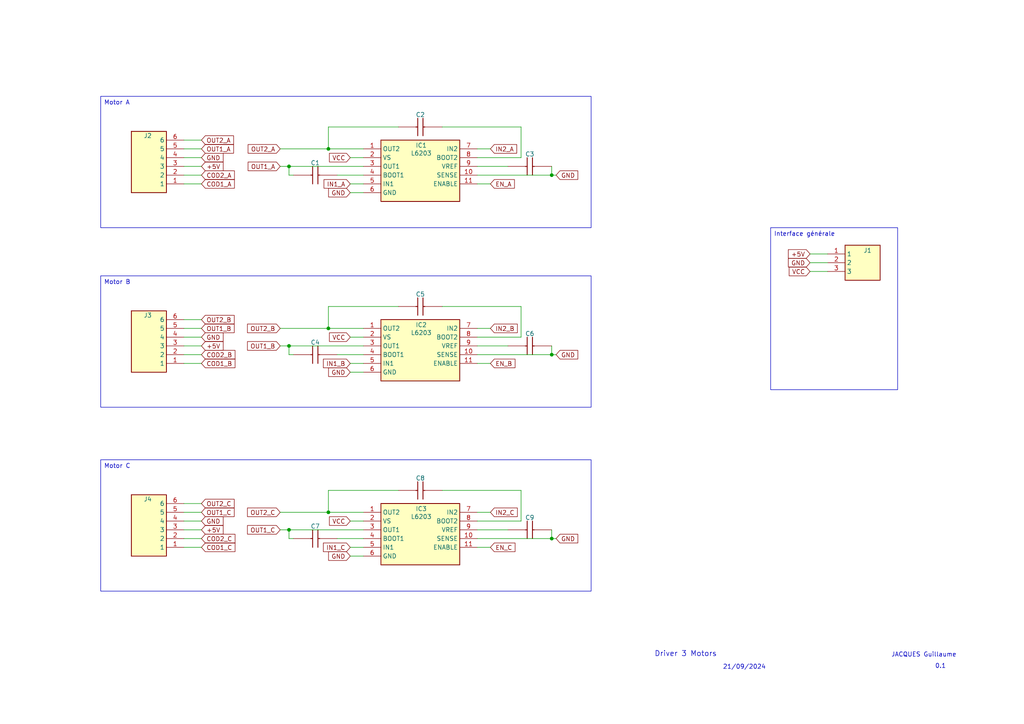
<source format=kicad_sch>
(kicad_sch (version 20231120) (generator "eeschema") (generator_version "8.0")
  (paper "A4")
  (lib_symbols
    (symbol "15nF:C0603X153K5RACTU" (pin_numbers hide) (pin_names hide)
      (property "Reference" "C" (at 8.89 6.35 0))
      (property "Value" "C0603X153K5RACTU" (at 8.89 3.81 0))
      (symbol "C0603X153K5RACTU_1_1"
        (polyline (pts (xy 5.08 0) (xy 5.588 0)) (stroke (width 0.254)))
        (polyline (pts (xy 5.588 2.54) (xy 5.588 -2.54)) (stroke (width 0.254)))
        (polyline (pts (xy 7.112 0) (xy 7.62 0)) (stroke (width 0.254)))
        (polyline (pts (xy 7.112 2.54) (xy 7.112 -2.54)) (stroke (width 0.254)))
        (pin passive line (at 0 0 0) (length 5.08) (name "1") (number "1"))
        (pin passive line (at 12.7 0 180) (length 5.08) (name "2") (number "2"))
      )
    )
    (symbol "6header:22-28-8063"
      (property "Reference" "J" (at 16.51 7.62 0))
      (property "Value" "22-28-8063" (at 16.51 5.08 0))
      (symbol "22-28-8063_1_1"
        (rectangle (start 5.08 2.54) (end 15.24 -15.24) (stroke (width 0.254)) (fill (type background)))
        (pin passive line (at 0 0 0) (length 5.08) (name "1") (number "1"))
        (pin passive line (at 0 -2.54 0) (length 5.08) (name "2") (number "2"))
        (pin passive line (at 0 -5.08 0) (length 5.08) (name "3") (number "3"))
        (pin passive line (at 0 -7.62 0) (length 5.08) (name "4") (number "4"))
        (pin passive line (at 0 -10.16 0) (length 5.08) (name "5") (number "5"))
        (pin passive line (at 0 -12.7 0) (length 5.08) (name "6") (number "6"))
      )
    )
    (symbol "Bornier3:282836-3"
      (property "Reference" "J" (at 16.51 7.62 0))
      (property "Value" "282836-3" (at 16.51 5.08 0))
      (symbol "282836-3_1_1"
        (rectangle (start 5.08 2.54) (end 15.24 -7.62) (stroke (width 0.254)) (fill (type background)))
        (pin passive line (at 0 0 0) (length 5.08) (name "1") (number "1"))
        (pin passive line (at 0 -2.54 0) (length 5.08) (name "2") (number "2"))
        (pin passive line (at 0 -5.08 0) (length 5.08) (name "3") (number "3"))
      )
    )
    (symbol "C0603X153K5RACTU_1" (pin_numbers hide) (pin_names hide)
      (property "Reference" "C" (at 8.89 6.35 0))
      (property "Value" "C0603X153K5RACTU" (at 8.89 3.81 0))
      (symbol "C0603X153K5RACTU_1_1_1"
        (polyline (pts (xy 5.08 0) (xy 5.588 0)) (stroke (width 0.254)))
        (polyline (pts (xy 5.588 2.54) (xy 5.588 -2.54)) (stroke (width 0.254)))
        (polyline (pts (xy 7.112 0) (xy 7.62 0)) (stroke (width 0.254)))
        (polyline (pts (xy 7.112 2.54) (xy 7.112 -2.54)) (stroke (width 0.254)))
        (pin passive line (at 0 0 0) (length 5.08) (name "1") (number "1"))
        (pin passive line (at 12.7 0 180) (length 5.08) (name "2") (number "2"))
      )
    )
    (symbol "C0603X153K5RACTU_2" (pin_numbers hide) (pin_names hide)
      (property "Reference" "C" (at 8.89 6.35 0))
      (property "Value" "C0603X153K5RACTU" (at 8.89 3.81 0))
      (symbol "C0603X153K5RACTU_2_1_1"
        (polyline (pts (xy 5.08 0) (xy 5.588 0)) (stroke (width 0.254)))
        (polyline (pts (xy 5.588 2.54) (xy 5.588 -2.54)) (stroke (width 0.254)))
        (polyline (pts (xy 7.112 0) (xy 7.62 0)) (stroke (width 0.254)))
        (polyline (pts (xy 7.112 2.54) (xy 7.112 -2.54)) (stroke (width 0.254)))
        (pin passive line (at 0 0 0) (length 5.08) (name "1") (number "1"))
        (pin passive line (at 12.7 0 180) (length 5.08) (name "2") (number "2"))
      )
    )
    (symbol "L6203:L6203"
      (property "Reference" "IC" (at 29.21 7.62 0))
      (property "Value" "L6203" (at 29.21 5.08 0))
      (symbol "L6203_1_1"
        (rectangle (start 5.08 2.54) (end 27.94 -15.24) (stroke (width 0.254)) (fill (type background)))
        (pin passive line (at 0 0 0) (length 5.08) (name "OUT2") (number "1"))
        (pin passive line (at 33.02 -7.62 180) (length 5.08) (name "SENSE") (number "10"))
        (pin passive line (at 33.02 -10.16 180) (length 5.08) (name "ENABLE") (number "11"))
        (pin passive line (at 0 -2.54 0) (length 5.08) (name "VS") (number "2"))
        (pin passive line (at 0 -5.08 0) (length 5.08) (name "OUT1") (number "3"))
        (pin passive line (at 0 -7.62 0) (length 5.08) (name "BOOT1") (number "4"))
        (pin passive line (at 0 -10.16 0) (length 5.08) (name "IN1") (number "5"))
        (pin passive line (at 0 -12.7 0) (length 5.08) (name "GND") (number "6"))
        (pin passive line (at 33.02 0 180) (length 5.08) (name "IN2") (number "7"))
        (pin passive line (at 33.02 -2.54 180) (length 5.08) (name "BOOT2") (number "8"))
        (pin passive line (at 33.02 -5.08 180) (length 5.08) (name "VREF") (number "9"))
      )
    )
  )
  (junction (at 95.25 43.18))
  (junction (at 160.02 102.87))
  (junction (at 95.25 148.59))
  (junction (at 95.25 95.25))
  (junction (at 160.02 156.21))
  (junction (at 83.82 48.26))
  (junction (at 83.82 153.67))
  (junction (at 160.02 50.8))
  (junction (at 83.82 100.33))
  (wire (pts (xy 53.34 53.34) (xy 58.42 53.34)))
  (wire (pts (xy 53.34 48.26) (xy 58.42 48.26)))
  (wire (pts (xy 53.34 95.25) (xy 58.42 95.25)))
  (wire (pts (xy 81.28 148.59) (xy 95.25 148.59)))
  (wire (pts (xy 151.13 88.9) (xy 151.13 97.79)))
  (wire (pts (xy 160.02 100.33) (xy 160.02 102.87)))
  (wire (pts (xy 53.34 146.05) (xy 58.42 146.05)))
  (wire (pts (xy 138.43 100.33) (xy 147.32 100.33)))
  (wire (pts (xy 115.57 142.24) (xy 95.25 142.24)))
  (wire (pts (xy 138.43 95.25) (xy 142.24 95.25)))
  (wire (pts (xy 53.34 40.64) (xy 58.42 40.64)))
  (wire (pts (xy 151.13 97.79) (xy 138.43 97.79)))
  (wire (pts (xy 101.6 161.29) (xy 105.41 161.29)))
  (wire (pts (xy 128.27 36.83) (xy 151.13 36.83)))
  (wire (pts (xy 151.13 36.83) (xy 151.13 45.72)))
  (wire (pts (xy 83.82 50.8) (xy 85.09 50.8)))
  (wire (pts (xy 81.28 43.18) (xy 95.25 43.18)))
  (wire (pts (xy 83.82 100.33) (xy 105.41 100.33)))
  (wire (pts (xy 83.82 102.87) (xy 85.09 102.87)))
  (wire (pts (xy 160.02 156.21) (xy 161.29 156.21)))
  (wire (pts (xy 138.43 53.34) (xy 142.24 53.34)))
  (wire (pts (xy 101.6 158.75) (xy 105.41 158.75)))
  (wire (pts (xy 81.28 48.26) (xy 83.82 48.26)))
  (wire (pts (xy 81.28 95.25) (xy 95.25 95.25)))
  (wire (pts (xy 53.34 148.59) (xy 58.42 148.59)))
  (wire (pts (xy 128.27 142.24) (xy 151.13 142.24)))
  (wire (pts (xy 138.43 50.8) (xy 160.02 50.8)))
  (wire (pts (xy 53.34 97.79) (xy 58.42 97.79)))
  (wire (pts (xy 138.43 105.41) (xy 142.24 105.41)))
  (wire (pts (xy 97.79 156.21) (xy 105.41 156.21)))
  (wire (pts (xy 138.43 156.21) (xy 160.02 156.21)))
  (wire (pts (xy 138.43 158.75) (xy 142.24 158.75)))
  (wire (pts (xy 95.25 36.83) (xy 95.25 43.18)))
  (wire (pts (xy 101.6 53.34) (xy 105.41 53.34)))
  (wire (pts (xy 53.34 156.21) (xy 58.42 156.21)))
  (wire (pts (xy 128.27 88.9) (xy 151.13 88.9)))
  (wire (pts (xy 101.6 107.95) (xy 105.41 107.95)))
  (wire (pts (xy 138.43 43.18) (xy 142.24 43.18)))
  (wire (pts (xy 95.25 88.9) (xy 95.25 95.25)))
  (wire (pts (xy 95.25 142.24) (xy 95.25 148.59)))
  (wire (pts (xy 234.95 73.66) (xy 240.03 73.66)))
  (wire (pts (xy 234.95 76.2) (xy 240.03 76.2)))
  (wire (pts (xy 101.6 105.41) (xy 105.41 105.41)))
  (wire (pts (xy 53.34 153.67) (xy 58.42 153.67)))
  (wire (pts (xy 138.43 148.59) (xy 142.24 148.59)))
  (wire (pts (xy 115.57 88.9) (xy 95.25 88.9)))
  (wire (pts (xy 53.34 105.41) (xy 58.42 105.41)))
  (wire (pts (xy 53.34 158.75) (xy 58.42 158.75)))
  (wire (pts (xy 81.28 153.67) (xy 83.82 153.67)))
  (wire (pts (xy 83.82 153.67) (xy 105.41 153.67)))
  (wire (pts (xy 151.13 45.72) (xy 138.43 45.72)))
  (wire (pts (xy 53.34 43.18) (xy 58.42 43.18)))
  (wire (pts (xy 81.28 100.33) (xy 83.82 100.33)))
  (wire (pts (xy 83.82 156.21) (xy 83.82 153.67)))
  (wire (pts (xy 115.57 36.83) (xy 95.25 36.83)))
  (wire (pts (xy 101.6 55.88) (xy 105.41 55.88)))
  (wire (pts (xy 234.95 78.74) (xy 240.03 78.74)))
  (wire (pts (xy 160.02 153.67) (xy 160.02 156.21)))
  (wire (pts (xy 95.25 95.25) (xy 105.41 95.25)))
  (wire (pts (xy 83.82 50.8) (xy 83.82 48.26)))
  (wire (pts (xy 97.79 102.87) (xy 105.41 102.87)))
  (wire (pts (xy 53.34 45.72) (xy 58.42 45.72)))
  (wire (pts (xy 53.34 92.71) (xy 58.42 92.71)))
  (wire (pts (xy 83.82 102.87) (xy 83.82 100.33)))
  (wire (pts (xy 95.25 148.59) (xy 105.41 148.59)))
  (wire (pts (xy 97.79 50.8) (xy 105.41 50.8)))
  (wire (pts (xy 101.6 151.13) (xy 105.41 151.13)))
  (wire (pts (xy 160.02 102.87) (xy 161.29 102.87)))
  (wire (pts (xy 160.02 50.8) (xy 161.29 50.8)))
  (wire (pts (xy 151.13 142.24) (xy 151.13 151.13)))
  (wire (pts (xy 151.13 151.13) (xy 138.43 151.13)))
  (wire (pts (xy 53.34 102.87) (xy 58.42 102.87)))
  (wire (pts (xy 160.02 48.26) (xy 160.02 50.8)))
  (wire (pts (xy 83.82 156.21) (xy 85.09 156.21)))
  (wire (pts (xy 53.34 151.13) (xy 58.42 151.13)))
  (wire (pts (xy 138.43 102.87) (xy 160.02 102.87)))
  (wire (pts (xy 95.25 43.18) (xy 105.41 43.18)))
  (wire (pts (xy 53.34 50.8) (xy 58.42 50.8)))
  (wire (pts (xy 138.43 153.67) (xy 147.32 153.67)))
  (wire (pts (xy 101.6 45.72) (xy 105.41 45.72)))
  (wire (pts (xy 83.82 48.26) (xy 105.41 48.26)))
  (wire (pts (xy 138.43 48.26) (xy 147.32 48.26)))
  (wire (pts (xy 101.6 97.79) (xy 105.41 97.79)))
  (wire (pts (xy 53.34 100.33) (xy 58.42 100.33)))
  (text_box "Motor A" (at 29.21 27.94 0) (size 142.24 38.1) (effects (font (size 1.27 1.27)) (justify left top)))
  (text_box "Interface générale" (at 223.52 66.04 0) (size 36.83 46.99) (effects (font (size 1.27 1.27)) (justify left top)))
  (text_box "Motor B" (at 29.21 80.01 0) (size 142.24 38.1) (effects (font (size 1.27 1.27)) (justify left top)))
  (text_box "Motor C" (at 29.21 133.35 0) (size 142.24 38.1) (effects (font (size 1.27 1.27)) (justify left top)))
  (text "0.1\n" (at 272.796 193.294 0) (effects (font (size 1.27 1.27))))
  (text "JACQUES Guillaume" (at 267.97 189.992 0) (effects (font (size 1.27 1.27))))
  (text "21/09/2024" (at 215.9 193.548 0) (effects (font (size 1.27 1.27))))
  (text "Driver 3 Motors" (at 198.882 189.738 0) (effects (font (size 1.524 1.524))))
  (global_label "EN_A" (shape input) (at 142.24 53.34 0) (property "Intersheetrefs" "${INTERSHEET_REFS}" (effects (hide yes))))
  (global_label "COD2_B" (shape input) (at 58.42 102.87 0) (property "Intersheetrefs" "${INTERSHEET_REFS}" (effects (hide yes))))
  (global_label "GND" (shape input) (at 161.29 50.8 0) (property "Intersheetrefs" "${INTERSHEET_REFS}" (effects (hide yes))))
  (global_label "EN_C" (shape input) (at 142.24 158.75 0) (property "Intersheetrefs" "${INTERSHEET_REFS}" (effects (hide yes))))
  (global_label "EN_B" (shape input) (at 142.24 105.41 0) (property "Intersheetrefs" "${INTERSHEET_REFS}" (effects (hide yes))))
  (global_label "OUT1_B" (shape input) (at 58.42 95.25 0) (property "Intersheetrefs" "${INTERSHEET_REFS}" (effects (hide yes))))
  (global_label "VCC" (shape input) (at 101.6 97.79 180) (property "Intersheetrefs" "${INTERSHEET_REFS}" (effects (hide yes))))
  (global_label "COD1_C" (shape input) (at 58.42 158.75 0) (property "Intersheetrefs" "${INTERSHEET_REFS}" (effects (hide yes))))
  (global_label "OUT1_C" (shape input) (at 81.28 153.67 180) (property "Intersheetrefs" "${INTERSHEET_REFS}" (effects (hide yes))))
  (global_label "OUT2_C" (shape input) (at 58.42 146.05 0) (property "Intersheetrefs" "${INTERSHEET_REFS}" (effects (hide yes))))
  (global_label "GND" (shape input) (at 58.42 151.13 0) (property "Intersheetrefs" "${INTERSHEET_REFS}" (effects (hide yes))))
  (global_label "IN1_B" (shape input) (at 101.6 105.41 180) (property "Intersheetrefs" "${INTERSHEET_REFS}" (effects (hide yes))))
  (global_label "VCC" (shape input) (at 101.6 151.13 180) (property "Intersheetrefs" "${INTERSHEET_REFS}" (effects (hide yes))))
  (global_label "VCC" (shape input) (at 101.6 45.72 180) (property "Intersheetrefs" "${INTERSHEET_REFS}" (effects (hide yes))))
  (global_label "IN1_C" (shape input) (at 101.6 158.75 180) (property "Intersheetrefs" "${INTERSHEET_REFS}" (effects (hide yes))))
  (global_label "OUT2_C" (shape input) (at 81.28 148.59 180) (property "Intersheetrefs" "${INTERSHEET_REFS}" (effects (hide yes))))
  (global_label "GND" (shape input) (at 101.6 55.88 180) (property "Intersheetrefs" "${INTERSHEET_REFS}" (effects (hide yes))))
  (global_label "GND" (shape input) (at 161.29 156.21 0) (property "Intersheetrefs" "${INTERSHEET_REFS}" (effects (hide yes))))
  (global_label "OUT2_A" (shape input) (at 58.42 40.64 0) (property "Intersheetrefs" "${INTERSHEET_REFS}" (effects (hide yes))))
  (global_label "+5V" (shape input) (at 58.42 100.33 0) (property "Intersheetrefs" "${INTERSHEET_REFS}" (effects (hide yes))))
  (global_label "COD2_A" (shape input) (at 58.42 50.8 0) (property "Intersheetrefs" "${INTERSHEET_REFS}" (effects (hide yes))))
  (global_label "OUT1_A" (shape input) (at 58.42 43.18 0) (property "Intersheetrefs" "${INTERSHEET_REFS}" (effects (hide yes))))
  (global_label "GND" (shape input) (at 58.42 45.72 0) (property "Intersheetrefs" "${INTERSHEET_REFS}" (effects (hide yes))))
  (global_label "COD1_A" (shape input) (at 58.42 53.34 0) (property "Intersheetrefs" "${INTERSHEET_REFS}" (effects (hide yes))))
  (global_label "IN1_A" (shape input) (at 101.6 53.34 180) (property "Intersheetrefs" "${INTERSHEET_REFS}" (effects (hide yes))))
  (global_label "OUT2_B" (shape input) (at 58.42 92.71 0) (property "Intersheetrefs" "${INTERSHEET_REFS}" (effects (hide yes))))
  (global_label "COD1_B" (shape input) (at 58.42 105.41 0) (property "Intersheetrefs" "${INTERSHEET_REFS}" (effects (hide yes))))
  (global_label "GND" (shape input) (at 58.42 97.79 0) (property "Intersheetrefs" "${INTERSHEET_REFS}" (effects (hide yes))))
  (global_label "GND" (shape input) (at 101.6 161.29 180) (property "Intersheetrefs" "${INTERSHEET_REFS}" (effects (hide yes))))
  (global_label "GND" (shape input) (at 234.95 76.2 180) (property "Intersheetrefs" "${INTERSHEET_REFS}" (effects (hide yes))))
  (global_label "GND" (shape input) (at 161.29 102.87 0) (property "Intersheetrefs" "${INTERSHEET_REFS}" (effects (hide yes))))
  (global_label "IN2_C" (shape input) (at 142.24 148.59 0) (property "Intersheetrefs" "${INTERSHEET_REFS}" (effects (hide yes))))
  (global_label "OUT1_A" (shape input) (at 81.28 48.26 180) (property "Intersheetrefs" "${INTERSHEET_REFS}" (effects (hide yes))))
  (global_label "OUT1_C" (shape input) (at 58.42 148.59 0) (property "Intersheetrefs" "${INTERSHEET_REFS}" (effects (hide yes))))
  (global_label "OUT1_B" (shape input) (at 81.28 100.33 180) (property "Intersheetrefs" "${INTERSHEET_REFS}" (effects (hide yes))))
  (global_label "GND" (shape input) (at 101.6 107.95 180) (property "Intersheetrefs" "${INTERSHEET_REFS}" (effects (hide yes))))
  (global_label "OUT2_A" (shape input) (at 81.28 43.18 180) (property "Intersheetrefs" "${INTERSHEET_REFS}" (effects (hide yes))))
  (global_label "VCC" (shape input) (at 234.95 78.74 180) (property "Intersheetrefs" "${INTERSHEET_REFS}" (effects (hide yes))))
  (global_label "+5V" (shape input) (at 234.95 73.66 180) (property "Intersheetrefs" "${INTERSHEET_REFS}" (effects (hide yes))))
  (global_label "OUT2_B" (shape input) (at 81.28 95.25 180) (property "Intersheetrefs" "${INTERSHEET_REFS}" (effects (hide yes))))
  (global_label "+5V" (shape input) (at 58.42 153.67 0) (property "Intersheetrefs" "${INTERSHEET_REFS}" (effects (hide yes))))
  (global_label "COD2_C" (shape input) (at 58.42 156.21 0) (property "Intersheetrefs" "${INTERSHEET_REFS}" (effects (hide yes))))
  (global_label "+5V" (shape input) (at 58.42 48.26 0) (property "Intersheetrefs" "${INTERSHEET_REFS}" (effects (hide yes))))
  (global_label "IN2_A" (shape input) (at 142.24 43.18 0) (property "Intersheetrefs" "${INTERSHEET_REFS}" (effects (hide yes))))
  (global_label "IN2_B" (shape input) (at 142.24 95.25 0) (property "Intersheetrefs" "${INTERSHEET_REFS}" (effects (hide yes))))
  (symbol (lib_id "6header:22-28-8063") (at 53.34 105.41 180) (unit 1)
    (property "Reference" "J3" (at 41.656 91.44 0) (effects (justify right)))
    (property "Value" "22-28-8063" (effects (hide yes)))
    (property "Footprint" "HDRRA6W66P0X254_1X6_1524X229X249P" (effects (hide yes)))
    (property "Datasheet" "https://componentsearchengine.com/Datasheets/2/22-28-8063.pdf" (effects (hide yes)))
    (property "Description" "Headers & Wire Housings 2.54MM BREAKAWAY RA 6 CKT Gold" (effects (hide yes)))
    (property "Height" "2.49" (effects (hide yes)))
    (property "Manufacturer_Name" "Molex" (effects (hide yes)))
    (property "Manufacturer_Part_Number" "22-28-8063" (effects (hide yes)))
  )
  (symbol (lib_name "C0603X153K5RACTU_1") (lib_id "15nF:C0603X153K5RACTU") (at 147.32 100.33 0) (unit 1)
    (property "Reference" "C6" (at 153.67 96.774 0))
    (property "Value" "C0603X153K5RACTU" (effects (hide yes)))
    (property "Footprint" "C0603" (effects (hide yes)))
    (property "Datasheet" "https://content.kemet.com/datasheets/KEM_C1013_X7R_FT-CAP_SMD.pdf" (effects (hide yes)))
    (property "Description" "SMD Comm X7R Flex, Ceramic, 0.015 uF, 10%, 50 VDC, 125 VDC, 125C, -55C, X7R, SMD, MLCC, FT-CAP, Temperature Stable, 2.5 % , 66.6667 GOhms, 7.3 mg, 0603, 1.6mm, 0.8mm, 0.8mm, 0.58mm, 0.45mm, 4000, 78  Weeks, 80" (effects (hide yes)))
    (property "Height" "0.87" (effects (hide yes)))
    (property "Manufacturer_Name" "KEMET" (effects (hide yes)))
    (property "Manufacturer_Part_Number" "C0603X153K5RACTU" (effects (hide yes)))
  )
  (symbol (lib_name "C0603X153K5RACTU_1") (lib_id "15nF:C0603X153K5RACTU") (at 147.32 48.26 0) (unit 1)
    (property "Reference" "C3" (at 153.67 44.704 0))
    (property "Value" "C0603X153K5RACTU" (effects (hide yes)))
    (property "Footprint" "C0603" (effects (hide yes)))
    (property "Datasheet" "https://content.kemet.com/datasheets/KEM_C1013_X7R_FT-CAP_SMD.pdf" (effects (hide yes)))
    (property "Description" "SMD Comm X7R Flex, Ceramic, 0.015 uF, 10%, 50 VDC, 125 VDC, 125C, -55C, X7R, SMD, MLCC, FT-CAP, Temperature Stable, 2.5 % , 66.6667 GOhms, 7.3 mg, 0603, 1.6mm, 0.8mm, 0.8mm, 0.58mm, 0.45mm, 4000, 78  Weeks, 80" (effects (hide yes)))
    (property "Height" "0.87" (effects (hide yes)))
    (property "Manufacturer_Name" "KEMET" (effects (hide yes)))
    (property "Manufacturer_Part_Number" "C0603X153K5RACTU" (effects (hide yes)))
  )
  (symbol (lib_id "L6203:L6203") (at 105.41 43.18 0) (unit 1)
    (property "Reference" "IC1" (at 122.174 42.164 0))
    (property "Value" "L6203" (at 122.174 44.45 0))
    (property "Footprint" "TO170P500X1960X2210-11P" (effects (hide yes)))
    (property "Datasheet" "https://datasheet.lcsc.com/szlcsc/STMicroelectronics-L6203_C34306.pdf" (effects (hide yes)))
    (property "Description" "Full Bridge Motor Driver 36V 11-Pin(11+Tab) MULTIWATT V Tube" (effects (hide yes)))
    (property "Height" "5" (effects (hide yes)))
    (property "Manufacturer_Name" "STMicroelectronics" (effects (hide yes)))
    (property "Manufacturer_Part_Number" "L6203" (effects (hide yes)))
  )
  (symbol (lib_name "C0603X153K5RACTU_2") (lib_id "15nF:C0603X153K5RACTU") (at 128.27 36.83 0) (mirror y) (unit 1)
    (property "Reference" "C2" (at 121.92 33.274 0))
    (property "Value" "C0603X153K5RACTU" (effects (hide yes)))
    (property "Footprint" "C0603" (effects (hide yes)))
    (property "Datasheet" "https://content.kemet.com/datasheets/KEM_C1013_X7R_FT-CAP_SMD.pdf" (effects (hide yes)))
    (property "Description" "SMD Comm X7R Flex, Ceramic, 0.015 uF, 10%, 50 VDC, 125 VDC, 125C, -55C, X7R, SMD, MLCC, FT-CAP, Temperature Stable, 2.5 % , 66.6667 GOhms, 7.3 mg, 0603, 1.6mm, 0.8mm, 0.8mm, 0.58mm, 0.45mm, 4000, 78  Weeks, 80" (effects (hide yes)))
    (property "Height" "0.87" (effects (hide yes)))
    (property "Manufacturer_Name" "KEMET" (effects (hide yes)))
    (property "Manufacturer_Part_Number" "C0603X153K5RACTU" (effects (hide yes)))
  )
  (symbol (lib_id "6header:22-28-8063") (at 53.34 53.34 180) (unit 1)
    (property "Reference" "J2" (at 41.656 39.37 0) (effects (justify right)))
    (property "Value" "22-28-8063" (effects (hide yes)))
    (property "Footprint" "HDRRA6W66P0X254_1X6_1524X229X249P" (effects (hide yes)))
    (property "Datasheet" "https://componentsearchengine.com/Datasheets/2/22-28-8063.pdf" (effects (hide yes)))
    (property "Description" "Headers & Wire Housings 2.54MM BREAKAWAY RA 6 CKT Gold" (effects (hide yes)))
    (property "Height" "2.49" (effects (hide yes)))
    (property "Manufacturer_Name" "Molex" (effects (hide yes)))
    (property "Manufacturer_Part_Number" "22-28-8063" (effects (hide yes)))
  )
  (symbol (lib_name "C0603X153K5RACTU_2") (lib_id "15nF:C0603X153K5RACTU") (at 128.27 88.9 0) (mirror y) (unit 1)
    (property "Reference" "C5" (at 121.92 85.344 0))
    (property "Value" "C0603X153K5RACTU" (effects (hide yes)))
    (property "Footprint" "C0603" (effects (hide yes)))
    (property "Datasheet" "https://content.kemet.com/datasheets/KEM_C1013_X7R_FT-CAP_SMD.pdf" (effects (hide yes)))
    (property "Description" "SMD Comm X7R Flex, Ceramic, 0.015 uF, 10%, 50 VDC, 125 VDC, 125C, -55C, X7R, SMD, MLCC, FT-CAP, Temperature Stable, 2.5 % , 66.6667 GOhms, 7.3 mg, 0603, 1.6mm, 0.8mm, 0.8mm, 0.58mm, 0.45mm, 4000, 78  Weeks, 80" (effects (hide yes)))
    (property "Height" "0.87" (effects (hide yes)))
    (property "Manufacturer_Name" "KEMET" (effects (hide yes)))
    (property "Manufacturer_Part_Number" "C0603X153K5RACTU" (effects (hide yes)))
  )
  (symbol (lib_id "15nF:C0603X153K5RACTU") (at 85.09 102.87 0) (unit 1)
    (property "Reference" "C4" (at 91.44 99.314 0))
    (property "Value" "C0603X153K5RACTU" (effects (hide yes)))
    (property "Footprint" "C0603" (effects (hide yes)))
    (property "Datasheet" "https://content.kemet.com/datasheets/KEM_C1013_X7R_FT-CAP_SMD.pdf" (effects (hide yes)))
    (property "Description" "SMD Comm X7R Flex, Ceramic, 0.015 uF, 10%, 50 VDC, 125 VDC, 125C, -55C, X7R, SMD, MLCC, FT-CAP, Temperature Stable, 2.5 % , 66.6667 GOhms, 7.3 mg, 0603, 1.6mm, 0.8mm, 0.8mm, 0.58mm, 0.45mm, 4000, 78  Weeks, 80" (effects (hide yes)))
    (property "Height" "0.87" (effects (hide yes)))
    (property "Manufacturer_Name" "KEMET" (effects (hide yes)))
    (property "Manufacturer_Part_Number" "C0603X153K5RACTU" (effects (hide yes)))
  )
  (symbol (lib_id "L6203:L6203") (at 105.41 148.59 0) (unit 1)
    (property "Reference" "IC3" (at 122.174 147.574 0))
    (property "Value" "L6203" (at 122.174 149.86 0))
    (property "Footprint" "TO170P500X1960X2210-11P" (effects (hide yes)))
    (property "Datasheet" "https://datasheet.lcsc.com/szlcsc/STMicroelectronics-L6203_C34306.pdf" (effects (hide yes)))
    (property "Description" "Full Bridge Motor Driver 36V 11-Pin(11+Tab) MULTIWATT V Tube" (effects (hide yes)))
    (property "Height" "5" (effects (hide yes)))
    (property "Manufacturer_Name" "STMicroelectronics" (effects (hide yes)))
    (property "Manufacturer_Part_Number" "L6203" (effects (hide yes)))
  )
  (symbol (lib_id "15nF:C0603X153K5RACTU") (at 85.09 50.8 0) (unit 1)
    (property "Reference" "C1" (at 91.44 47.244 0))
    (property "Value" "C0603X153K5RACTU" (effects (hide yes)))
    (property "Footprint" "C0603" (effects (hide yes)))
    (property "Datasheet" "https://content.kemet.com/datasheets/KEM_C1013_X7R_FT-CAP_SMD.pdf" (effects (hide yes)))
    (property "Description" "SMD Comm X7R Flex, Ceramic, 0.015 uF, 10%, 50 VDC, 125 VDC, 125C, -55C, X7R, SMD, MLCC, FT-CAP, Temperature Stable, 2.5 % , 66.6667 GOhms, 7.3 mg, 0603, 1.6mm, 0.8mm, 0.8mm, 0.58mm, 0.45mm, 4000, 78  Weeks, 80" (effects (hide yes)))
    (property "Height" "0.87" (effects (hide yes)))
    (property "Manufacturer_Name" "KEMET" (effects (hide yes)))
    (property "Manufacturer_Part_Number" "C0603X153K5RACTU" (effects (hide yes)))
  )
  (symbol (lib_id "Bornier3:282836-3") (at 240.03 73.66 0) (unit 1)
    (property "Reference" "J1" (at 250.444 72.644 0) (effects (justify left)))
    (property "Value" "282836-3" (effects (hide yes)))
    (property "Footprint" "2828363" (effects (hide yes)))
    (property "Datasheet" "https://www.te.com/commerce/DocumentDelivery/DDEController?Action=srchrtrv&DocNm=1-1773458-1_EURO_STYLE_QRG&DocType=Data%20Sheet&DocLang=English&PartCntxt=282836-3&DocFormat=pdf" (effects (hide yes)))
    (property "Description" "Body Features: Product Orientation Vertical | Primary Product Color Green | Configuration Features: Stacked Levels Without | Number of Positions 3 | Number of Rows 1 | Wire Entry Angle 90 | Wire Entry Location Side | Stacking Configuration Side Stackable | Contact Features: Contact Mating Area Plating Material Tin | Contact Base Material Brass | Contact Current Rating (Max) 13.5 AMP | Dimensions: Wire Size .05  1.3 MMSQ | Wire Size 30  16 AWG | Electrical Characteristics: Operating Voltage 300 VAC |" (effects (hide yes)))
    (property "Height" "10" (effects (hide yes)))
    (property "Manufacturer_Name" "TE Connectivity" (effects (hide yes)))
    (property "Manufacturer_Part_Number" "282836-3" (effects (hide yes)))
  )
  (symbol (lib_id "6header:22-28-8063") (at 53.34 158.75 180) (unit 1)
    (property "Reference" "J4" (at 41.656 144.78 0) (effects (justify right)))
    (property "Value" "22-28-8063" (effects (hide yes)))
    (property "Footprint" "HDRRA6W66P0X254_1X6_1524X229X249P" (effects (hide yes)))
    (property "Datasheet" "https://componentsearchengine.com/Datasheets/2/22-28-8063.pdf" (effects (hide yes)))
    (property "Description" "Headers & Wire Housings 2.54MM BREAKAWAY RA 6 CKT Gold" (effects (hide yes)))
    (property "Height" "2.49" (effects (hide yes)))
    (property "Manufacturer_Name" "Molex" (effects (hide yes)))
    (property "Manufacturer_Part_Number" "22-28-8063" (effects (hide yes)))
  )
  (symbol (lib_id "L6203:L6203") (at 105.41 95.25 0) (unit 1)
    (property "Reference" "IC2" (at 122.174 94.234 0))
    (property "Value" "L6203" (at 122.174 96.52 0))
    (property "Footprint" "TO170P500X1960X2210-11P" (effects (hide yes)))
    (property "Datasheet" "https://datasheet.lcsc.com/szlcsc/STMicroelectronics-L6203_C34306.pdf" (effects (hide yes)))
    (property "Description" "Full Bridge Motor Driver 36V 11-Pin(11+Tab) MULTIWATT V Tube" (effects (hide yes)))
    (property "Height" "5" (effects (hide yes)))
    (property "Manufacturer_Name" "STMicroelectronics" (effects (hide yes)))
    (property "Manufacturer_Part_Number" "L6203" (effects (hide yes)))
  )
  (symbol (lib_name "C0603X153K5RACTU_2") (lib_id "15nF:C0603X153K5RACTU") (at 128.27 142.24 0) (mirror y) (unit 1)
    (property "Reference" "C8" (at 121.92 138.684 0))
    (property "Value" "C0603X153K5RACTU" (effects (hide yes)))
    (property "Footprint" "C0603" (effects (hide yes)))
    (property "Datasheet" "https://content.kemet.com/datasheets/KEM_C1013_X7R_FT-CAP_SMD.pdf" (effects (hide yes)))
    (property "Description" "SMD Comm X7R Flex, Ceramic, 0.015 uF, 10%, 50 VDC, 125 VDC, 125C, -55C, X7R, SMD, MLCC, FT-CAP, Temperature Stable, 2.5 % , 66.6667 GOhms, 7.3 mg, 0603, 1.6mm, 0.8mm, 0.8mm, 0.58mm, 0.45mm, 4000, 78  Weeks, 80" (effects (hide yes)))
    (property "Height" "0.87" (effects (hide yes)))
    (property "Manufacturer_Name" "KEMET" (effects (hide yes)))
    (property "Manufacturer_Part_Number" "C0603X153K5RACTU" (effects (hide yes)))
  )
  (symbol (lib_name "C0603X153K5RACTU_1") (lib_id "15nF:C0603X153K5RACTU") (at 147.32 153.67 0) (unit 1)
    (property "Reference" "C9" (at 153.67 150.114 0))
    (property "Value" "C0603X153K5RACTU" (effects (hide yes)))
    (property "Footprint" "C0603" (effects (hide yes)))
    (property "Datasheet" "https://content.kemet.com/datasheets/KEM_C1013_X7R_FT-CAP_SMD.pdf" (effects (hide yes)))
    (property "Description" "SMD Comm X7R Flex, Ceramic, 0.015 uF, 10%, 50 VDC, 125 VDC, 125C, -55C, X7R, SMD, MLCC, FT-CAP, Temperature Stable, 2.5 % , 66.6667 GOhms, 7.3 mg, 0603, 1.6mm, 0.8mm, 0.8mm, 0.58mm, 0.45mm, 4000, 78  Weeks, 80" (effects (hide yes)))
    (property "Height" "0.87" (effects (hide yes)))
    (property "Manufacturer_Name" "KEMET" (effects (hide yes)))
    (property "Manufacturer_Part_Number" "C0603X153K5RACTU" (effects (hide yes)))
  )
  (symbol (lib_id "15nF:C0603X153K5RACTU") (at 85.09 156.21 0) (unit 1)
    (property "Reference" "C7" (at 91.44 152.654 0))
    (property "Value" "C0603X153K5RACTU" (effects (hide yes)))
    (property "Footprint" "C0603" (effects (hide yes)))
    (property "Datasheet" "https://content.kemet.com/datasheets/KEM_C1013_X7R_FT-CAP_SMD.pdf" (effects (hide yes)))
    (property "Description" "SMD Comm X7R Flex, Ceramic, 0.015 uF, 10%, 50 VDC, 125 VDC, 125C, -55C, X7R, SMD, MLCC, FT-CAP, Temperature Stable, 2.5 % , 66.6667 GOhms, 7.3 mg, 0603, 1.6mm, 0.8mm, 0.8mm, 0.58mm, 0.45mm, 4000, 78  Weeks, 80" (effects (hide yes)))
    (property "Height" "0.87" (effects (hide yes)))
    (property "Manufacturer_Name" "KEMET" (effects (hide yes)))
    (property "Manufacturer_Part_Number" "C0603X153K5RACTU" (effects (hide yes)))
  )
)
</source>
